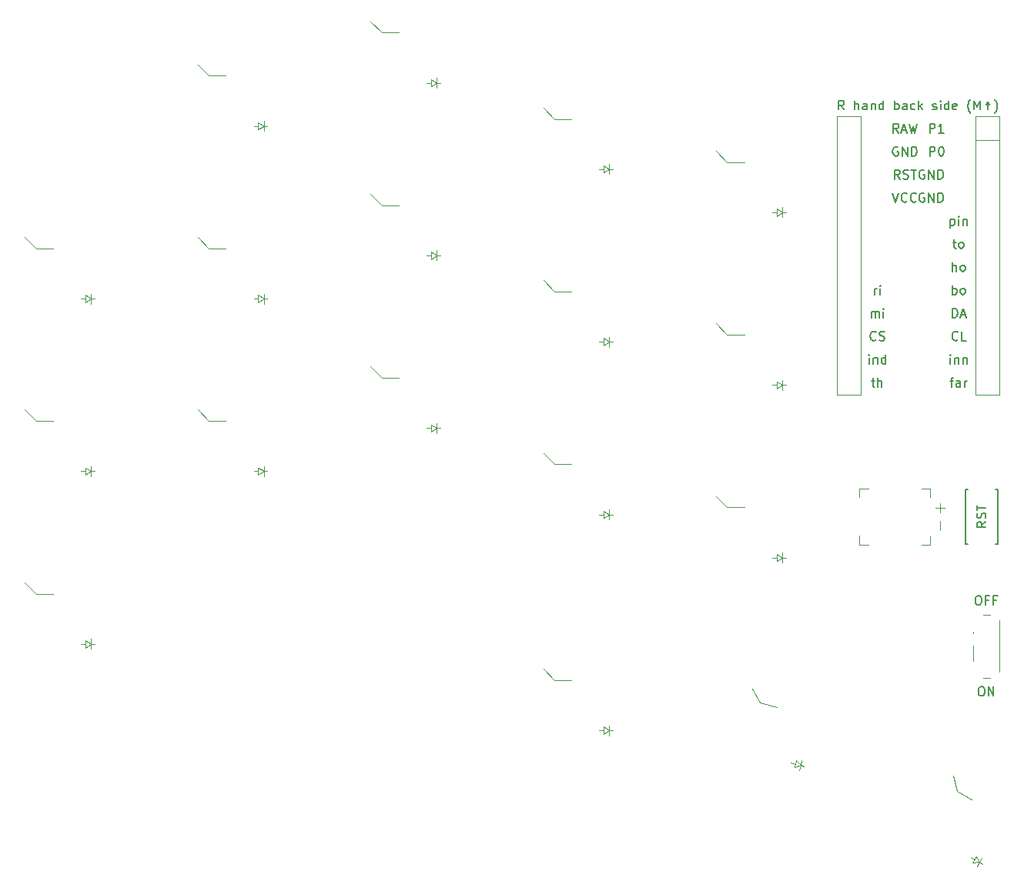
<source format=gbr>
%TF.GenerationSoftware,KiCad,Pcbnew,9.0.7*%
%TF.CreationDate,2026-01-25T01:01:47-05:00*%
%TF.ProjectId,pcb,7063622e-6b69-4636-9164-5f7063625858,rev?*%
%TF.SameCoordinates,Original*%
%TF.FileFunction,Legend,Top*%
%TF.FilePolarity,Positive*%
%FSLAX46Y46*%
G04 Gerber Fmt 4.6, Leading zero omitted, Abs format (unit mm)*
G04 Created by KiCad (PCBNEW 9.0.7) date 2026-01-25 01:01:47*
%MOMM*%
%LPD*%
G01*
G04 APERTURE LIST*
%ADD10C,0.150000*%
%ADD11C,0.100000*%
%ADD12C,0.120000*%
G04 APERTURE END LIST*
D10*
X181859523Y-61754819D02*
X181526190Y-61278628D01*
X181288095Y-61754819D02*
X181288095Y-60754819D01*
X181288095Y-60754819D02*
X181669047Y-60754819D01*
X181669047Y-60754819D02*
X181764285Y-60802438D01*
X181764285Y-60802438D02*
X181811904Y-60850057D01*
X181811904Y-60850057D02*
X181859523Y-60945295D01*
X181859523Y-60945295D02*
X181859523Y-61088152D01*
X181859523Y-61088152D02*
X181811904Y-61183390D01*
X181811904Y-61183390D02*
X181764285Y-61231009D01*
X181764285Y-61231009D02*
X181669047Y-61278628D01*
X181669047Y-61278628D02*
X181288095Y-61278628D01*
X182240476Y-61469104D02*
X182716666Y-61469104D01*
X182145238Y-61754819D02*
X182478571Y-60754819D01*
X182478571Y-60754819D02*
X182811904Y-61754819D01*
X183050000Y-60754819D02*
X183288095Y-61754819D01*
X183288095Y-61754819D02*
X183478571Y-61040533D01*
X183478571Y-61040533D02*
X183669047Y-61754819D01*
X183669047Y-61754819D02*
X183907143Y-60754819D01*
X185301905Y-61754819D02*
X185301905Y-60754819D01*
X185301905Y-60754819D02*
X185682857Y-60754819D01*
X185682857Y-60754819D02*
X185778095Y-60802438D01*
X185778095Y-60802438D02*
X185825714Y-60850057D01*
X185825714Y-60850057D02*
X185873333Y-60945295D01*
X185873333Y-60945295D02*
X185873333Y-61088152D01*
X185873333Y-61088152D02*
X185825714Y-61183390D01*
X185825714Y-61183390D02*
X185778095Y-61231009D01*
X185778095Y-61231009D02*
X185682857Y-61278628D01*
X185682857Y-61278628D02*
X185301905Y-61278628D01*
X186825714Y-61754819D02*
X186254286Y-61754819D01*
X186540000Y-61754819D02*
X186540000Y-60754819D01*
X186540000Y-60754819D02*
X186444762Y-60897676D01*
X186444762Y-60897676D02*
X186349524Y-60992914D01*
X186349524Y-60992914D02*
X186254286Y-61040533D01*
X181788095Y-63342438D02*
X181692857Y-63294819D01*
X181692857Y-63294819D02*
X181550000Y-63294819D01*
X181550000Y-63294819D02*
X181407143Y-63342438D01*
X181407143Y-63342438D02*
X181311905Y-63437676D01*
X181311905Y-63437676D02*
X181264286Y-63532914D01*
X181264286Y-63532914D02*
X181216667Y-63723390D01*
X181216667Y-63723390D02*
X181216667Y-63866247D01*
X181216667Y-63866247D02*
X181264286Y-64056723D01*
X181264286Y-64056723D02*
X181311905Y-64151961D01*
X181311905Y-64151961D02*
X181407143Y-64247200D01*
X181407143Y-64247200D02*
X181550000Y-64294819D01*
X181550000Y-64294819D02*
X181645238Y-64294819D01*
X181645238Y-64294819D02*
X181788095Y-64247200D01*
X181788095Y-64247200D02*
X181835714Y-64199580D01*
X181835714Y-64199580D02*
X181835714Y-63866247D01*
X181835714Y-63866247D02*
X181645238Y-63866247D01*
X182264286Y-64294819D02*
X182264286Y-63294819D01*
X182264286Y-63294819D02*
X182835714Y-64294819D01*
X182835714Y-64294819D02*
X182835714Y-63294819D01*
X183311905Y-64294819D02*
X183311905Y-63294819D01*
X183311905Y-63294819D02*
X183550000Y-63294819D01*
X183550000Y-63294819D02*
X183692857Y-63342438D01*
X183692857Y-63342438D02*
X183788095Y-63437676D01*
X183788095Y-63437676D02*
X183835714Y-63532914D01*
X183835714Y-63532914D02*
X183883333Y-63723390D01*
X183883333Y-63723390D02*
X183883333Y-63866247D01*
X183883333Y-63866247D02*
X183835714Y-64056723D01*
X183835714Y-64056723D02*
X183788095Y-64151961D01*
X183788095Y-64151961D02*
X183692857Y-64247200D01*
X183692857Y-64247200D02*
X183550000Y-64294819D01*
X183550000Y-64294819D02*
X183311905Y-64294819D01*
X185301905Y-64294819D02*
X185301905Y-63294819D01*
X185301905Y-63294819D02*
X185682857Y-63294819D01*
X185682857Y-63294819D02*
X185778095Y-63342438D01*
X185778095Y-63342438D02*
X185825714Y-63390057D01*
X185825714Y-63390057D02*
X185873333Y-63485295D01*
X185873333Y-63485295D02*
X185873333Y-63628152D01*
X185873333Y-63628152D02*
X185825714Y-63723390D01*
X185825714Y-63723390D02*
X185778095Y-63771009D01*
X185778095Y-63771009D02*
X185682857Y-63818628D01*
X185682857Y-63818628D02*
X185301905Y-63818628D01*
X186492381Y-63294819D02*
X186587619Y-63294819D01*
X186587619Y-63294819D02*
X186682857Y-63342438D01*
X186682857Y-63342438D02*
X186730476Y-63390057D01*
X186730476Y-63390057D02*
X186778095Y-63485295D01*
X186778095Y-63485295D02*
X186825714Y-63675771D01*
X186825714Y-63675771D02*
X186825714Y-63913866D01*
X186825714Y-63913866D02*
X186778095Y-64104342D01*
X186778095Y-64104342D02*
X186730476Y-64199580D01*
X186730476Y-64199580D02*
X186682857Y-64247200D01*
X186682857Y-64247200D02*
X186587619Y-64294819D01*
X186587619Y-64294819D02*
X186492381Y-64294819D01*
X186492381Y-64294819D02*
X186397143Y-64247200D01*
X186397143Y-64247200D02*
X186349524Y-64199580D01*
X186349524Y-64199580D02*
X186301905Y-64104342D01*
X186301905Y-64104342D02*
X186254286Y-63913866D01*
X186254286Y-63913866D02*
X186254286Y-63675771D01*
X186254286Y-63675771D02*
X186301905Y-63485295D01*
X186301905Y-63485295D02*
X186349524Y-63390057D01*
X186349524Y-63390057D02*
X186397143Y-63342438D01*
X186397143Y-63342438D02*
X186492381Y-63294819D01*
X182002380Y-66834819D02*
X181669047Y-66358628D01*
X181430952Y-66834819D02*
X181430952Y-65834819D01*
X181430952Y-65834819D02*
X181811904Y-65834819D01*
X181811904Y-65834819D02*
X181907142Y-65882438D01*
X181907142Y-65882438D02*
X181954761Y-65930057D01*
X181954761Y-65930057D02*
X182002380Y-66025295D01*
X182002380Y-66025295D02*
X182002380Y-66168152D01*
X182002380Y-66168152D02*
X181954761Y-66263390D01*
X181954761Y-66263390D02*
X181907142Y-66311009D01*
X181907142Y-66311009D02*
X181811904Y-66358628D01*
X181811904Y-66358628D02*
X181430952Y-66358628D01*
X182383333Y-66787200D02*
X182526190Y-66834819D01*
X182526190Y-66834819D02*
X182764285Y-66834819D01*
X182764285Y-66834819D02*
X182859523Y-66787200D01*
X182859523Y-66787200D02*
X182907142Y-66739580D01*
X182907142Y-66739580D02*
X182954761Y-66644342D01*
X182954761Y-66644342D02*
X182954761Y-66549104D01*
X182954761Y-66549104D02*
X182907142Y-66453866D01*
X182907142Y-66453866D02*
X182859523Y-66406247D01*
X182859523Y-66406247D02*
X182764285Y-66358628D01*
X182764285Y-66358628D02*
X182573809Y-66311009D01*
X182573809Y-66311009D02*
X182478571Y-66263390D01*
X182478571Y-66263390D02*
X182430952Y-66215771D01*
X182430952Y-66215771D02*
X182383333Y-66120533D01*
X182383333Y-66120533D02*
X182383333Y-66025295D01*
X182383333Y-66025295D02*
X182430952Y-65930057D01*
X182430952Y-65930057D02*
X182478571Y-65882438D01*
X182478571Y-65882438D02*
X182573809Y-65834819D01*
X182573809Y-65834819D02*
X182811904Y-65834819D01*
X182811904Y-65834819D02*
X182954761Y-65882438D01*
X183240476Y-65834819D02*
X183811904Y-65834819D01*
X183526190Y-66834819D02*
X183526190Y-65834819D01*
X184688095Y-65882438D02*
X184592857Y-65834819D01*
X184592857Y-65834819D02*
X184450000Y-65834819D01*
X184450000Y-65834819D02*
X184307143Y-65882438D01*
X184307143Y-65882438D02*
X184211905Y-65977676D01*
X184211905Y-65977676D02*
X184164286Y-66072914D01*
X184164286Y-66072914D02*
X184116667Y-66263390D01*
X184116667Y-66263390D02*
X184116667Y-66406247D01*
X184116667Y-66406247D02*
X184164286Y-66596723D01*
X184164286Y-66596723D02*
X184211905Y-66691961D01*
X184211905Y-66691961D02*
X184307143Y-66787200D01*
X184307143Y-66787200D02*
X184450000Y-66834819D01*
X184450000Y-66834819D02*
X184545238Y-66834819D01*
X184545238Y-66834819D02*
X184688095Y-66787200D01*
X184688095Y-66787200D02*
X184735714Y-66739580D01*
X184735714Y-66739580D02*
X184735714Y-66406247D01*
X184735714Y-66406247D02*
X184545238Y-66406247D01*
X185164286Y-66834819D02*
X185164286Y-65834819D01*
X185164286Y-65834819D02*
X185735714Y-66834819D01*
X185735714Y-66834819D02*
X185735714Y-65834819D01*
X186211905Y-66834819D02*
X186211905Y-65834819D01*
X186211905Y-65834819D02*
X186450000Y-65834819D01*
X186450000Y-65834819D02*
X186592857Y-65882438D01*
X186592857Y-65882438D02*
X186688095Y-65977676D01*
X186688095Y-65977676D02*
X186735714Y-66072914D01*
X186735714Y-66072914D02*
X186783333Y-66263390D01*
X186783333Y-66263390D02*
X186783333Y-66406247D01*
X186783333Y-66406247D02*
X186735714Y-66596723D01*
X186735714Y-66596723D02*
X186688095Y-66691961D01*
X186688095Y-66691961D02*
X186592857Y-66787200D01*
X186592857Y-66787200D02*
X186450000Y-66834819D01*
X186450000Y-66834819D02*
X186211905Y-66834819D01*
X181216667Y-68374819D02*
X181550000Y-69374819D01*
X181550000Y-69374819D02*
X181883333Y-68374819D01*
X182788095Y-69279580D02*
X182740476Y-69327200D01*
X182740476Y-69327200D02*
X182597619Y-69374819D01*
X182597619Y-69374819D02*
X182502381Y-69374819D01*
X182502381Y-69374819D02*
X182359524Y-69327200D01*
X182359524Y-69327200D02*
X182264286Y-69231961D01*
X182264286Y-69231961D02*
X182216667Y-69136723D01*
X182216667Y-69136723D02*
X182169048Y-68946247D01*
X182169048Y-68946247D02*
X182169048Y-68803390D01*
X182169048Y-68803390D02*
X182216667Y-68612914D01*
X182216667Y-68612914D02*
X182264286Y-68517676D01*
X182264286Y-68517676D02*
X182359524Y-68422438D01*
X182359524Y-68422438D02*
X182502381Y-68374819D01*
X182502381Y-68374819D02*
X182597619Y-68374819D01*
X182597619Y-68374819D02*
X182740476Y-68422438D01*
X182740476Y-68422438D02*
X182788095Y-68470057D01*
X183788095Y-69279580D02*
X183740476Y-69327200D01*
X183740476Y-69327200D02*
X183597619Y-69374819D01*
X183597619Y-69374819D02*
X183502381Y-69374819D01*
X183502381Y-69374819D02*
X183359524Y-69327200D01*
X183359524Y-69327200D02*
X183264286Y-69231961D01*
X183264286Y-69231961D02*
X183216667Y-69136723D01*
X183216667Y-69136723D02*
X183169048Y-68946247D01*
X183169048Y-68946247D02*
X183169048Y-68803390D01*
X183169048Y-68803390D02*
X183216667Y-68612914D01*
X183216667Y-68612914D02*
X183264286Y-68517676D01*
X183264286Y-68517676D02*
X183359524Y-68422438D01*
X183359524Y-68422438D02*
X183502381Y-68374819D01*
X183502381Y-68374819D02*
X183597619Y-68374819D01*
X183597619Y-68374819D02*
X183740476Y-68422438D01*
X183740476Y-68422438D02*
X183788095Y-68470057D01*
X184688095Y-68422438D02*
X184592857Y-68374819D01*
X184592857Y-68374819D02*
X184450000Y-68374819D01*
X184450000Y-68374819D02*
X184307143Y-68422438D01*
X184307143Y-68422438D02*
X184211905Y-68517676D01*
X184211905Y-68517676D02*
X184164286Y-68612914D01*
X184164286Y-68612914D02*
X184116667Y-68803390D01*
X184116667Y-68803390D02*
X184116667Y-68946247D01*
X184116667Y-68946247D02*
X184164286Y-69136723D01*
X184164286Y-69136723D02*
X184211905Y-69231961D01*
X184211905Y-69231961D02*
X184307143Y-69327200D01*
X184307143Y-69327200D02*
X184450000Y-69374819D01*
X184450000Y-69374819D02*
X184545238Y-69374819D01*
X184545238Y-69374819D02*
X184688095Y-69327200D01*
X184688095Y-69327200D02*
X184735714Y-69279580D01*
X184735714Y-69279580D02*
X184735714Y-68946247D01*
X184735714Y-68946247D02*
X184545238Y-68946247D01*
X185164286Y-69374819D02*
X185164286Y-68374819D01*
X185164286Y-68374819D02*
X185735714Y-69374819D01*
X185735714Y-69374819D02*
X185735714Y-68374819D01*
X186211905Y-69374819D02*
X186211905Y-68374819D01*
X186211905Y-68374819D02*
X186450000Y-68374819D01*
X186450000Y-68374819D02*
X186592857Y-68422438D01*
X186592857Y-68422438D02*
X186688095Y-68517676D01*
X186688095Y-68517676D02*
X186735714Y-68612914D01*
X186735714Y-68612914D02*
X186783333Y-68803390D01*
X186783333Y-68803390D02*
X186783333Y-68946247D01*
X186783333Y-68946247D02*
X186735714Y-69136723D01*
X186735714Y-69136723D02*
X186688095Y-69231961D01*
X186688095Y-69231961D02*
X186592857Y-69327200D01*
X186592857Y-69327200D02*
X186450000Y-69374819D01*
X186450000Y-69374819D02*
X186211905Y-69374819D01*
X187565238Y-71248152D02*
X187565238Y-72248152D01*
X187565238Y-71295771D02*
X187660476Y-71248152D01*
X187660476Y-71248152D02*
X187850952Y-71248152D01*
X187850952Y-71248152D02*
X187946190Y-71295771D01*
X187946190Y-71295771D02*
X187993809Y-71343390D01*
X187993809Y-71343390D02*
X188041428Y-71438628D01*
X188041428Y-71438628D02*
X188041428Y-71724342D01*
X188041428Y-71724342D02*
X187993809Y-71819580D01*
X187993809Y-71819580D02*
X187946190Y-71867200D01*
X187946190Y-71867200D02*
X187850952Y-71914819D01*
X187850952Y-71914819D02*
X187660476Y-71914819D01*
X187660476Y-71914819D02*
X187565238Y-71867200D01*
X188470000Y-71914819D02*
X188470000Y-71248152D01*
X188470000Y-70914819D02*
X188422381Y-70962438D01*
X188422381Y-70962438D02*
X188470000Y-71010057D01*
X188470000Y-71010057D02*
X188517619Y-70962438D01*
X188517619Y-70962438D02*
X188470000Y-70914819D01*
X188470000Y-70914819D02*
X188470000Y-71010057D01*
X188946190Y-71248152D02*
X188946190Y-71914819D01*
X188946190Y-71343390D02*
X188993809Y-71295771D01*
X188993809Y-71295771D02*
X189089047Y-71248152D01*
X189089047Y-71248152D02*
X189231904Y-71248152D01*
X189231904Y-71248152D02*
X189327142Y-71295771D01*
X189327142Y-71295771D02*
X189374761Y-71391009D01*
X189374761Y-71391009D02*
X189374761Y-71914819D01*
X187827143Y-73788152D02*
X188208095Y-73788152D01*
X187970000Y-73454819D02*
X187970000Y-74311961D01*
X187970000Y-74311961D02*
X188017619Y-74407200D01*
X188017619Y-74407200D02*
X188112857Y-74454819D01*
X188112857Y-74454819D02*
X188208095Y-74454819D01*
X188684286Y-74454819D02*
X188589048Y-74407200D01*
X188589048Y-74407200D02*
X188541429Y-74359580D01*
X188541429Y-74359580D02*
X188493810Y-74264342D01*
X188493810Y-74264342D02*
X188493810Y-73978628D01*
X188493810Y-73978628D02*
X188541429Y-73883390D01*
X188541429Y-73883390D02*
X188589048Y-73835771D01*
X188589048Y-73835771D02*
X188684286Y-73788152D01*
X188684286Y-73788152D02*
X188827143Y-73788152D01*
X188827143Y-73788152D02*
X188922381Y-73835771D01*
X188922381Y-73835771D02*
X188970000Y-73883390D01*
X188970000Y-73883390D02*
X189017619Y-73978628D01*
X189017619Y-73978628D02*
X189017619Y-74264342D01*
X189017619Y-74264342D02*
X188970000Y-74359580D01*
X188970000Y-74359580D02*
X188922381Y-74407200D01*
X188922381Y-74407200D02*
X188827143Y-74454819D01*
X188827143Y-74454819D02*
X188684286Y-74454819D01*
X187803333Y-76994819D02*
X187803333Y-75994819D01*
X188231904Y-76994819D02*
X188231904Y-76471009D01*
X188231904Y-76471009D02*
X188184285Y-76375771D01*
X188184285Y-76375771D02*
X188089047Y-76328152D01*
X188089047Y-76328152D02*
X187946190Y-76328152D01*
X187946190Y-76328152D02*
X187850952Y-76375771D01*
X187850952Y-76375771D02*
X187803333Y-76423390D01*
X188850952Y-76994819D02*
X188755714Y-76947200D01*
X188755714Y-76947200D02*
X188708095Y-76899580D01*
X188708095Y-76899580D02*
X188660476Y-76804342D01*
X188660476Y-76804342D02*
X188660476Y-76518628D01*
X188660476Y-76518628D02*
X188708095Y-76423390D01*
X188708095Y-76423390D02*
X188755714Y-76375771D01*
X188755714Y-76375771D02*
X188850952Y-76328152D01*
X188850952Y-76328152D02*
X188993809Y-76328152D01*
X188993809Y-76328152D02*
X189089047Y-76375771D01*
X189089047Y-76375771D02*
X189136666Y-76423390D01*
X189136666Y-76423390D02*
X189184285Y-76518628D01*
X189184285Y-76518628D02*
X189184285Y-76804342D01*
X189184285Y-76804342D02*
X189136666Y-76899580D01*
X189136666Y-76899580D02*
X189089047Y-76947200D01*
X189089047Y-76947200D02*
X188993809Y-76994819D01*
X188993809Y-76994819D02*
X188850952Y-76994819D01*
X179220476Y-79534819D02*
X179220476Y-78868152D01*
X179220476Y-79058628D02*
X179268095Y-78963390D01*
X179268095Y-78963390D02*
X179315714Y-78915771D01*
X179315714Y-78915771D02*
X179410952Y-78868152D01*
X179410952Y-78868152D02*
X179506190Y-78868152D01*
X179839524Y-79534819D02*
X179839524Y-78868152D01*
X179839524Y-78534819D02*
X179791905Y-78582438D01*
X179791905Y-78582438D02*
X179839524Y-78630057D01*
X179839524Y-78630057D02*
X179887143Y-78582438D01*
X179887143Y-78582438D02*
X179839524Y-78534819D01*
X179839524Y-78534819D02*
X179839524Y-78630057D01*
X187803333Y-79534819D02*
X187803333Y-78534819D01*
X187803333Y-78915771D02*
X187898571Y-78868152D01*
X187898571Y-78868152D02*
X188089047Y-78868152D01*
X188089047Y-78868152D02*
X188184285Y-78915771D01*
X188184285Y-78915771D02*
X188231904Y-78963390D01*
X188231904Y-78963390D02*
X188279523Y-79058628D01*
X188279523Y-79058628D02*
X188279523Y-79344342D01*
X188279523Y-79344342D02*
X188231904Y-79439580D01*
X188231904Y-79439580D02*
X188184285Y-79487200D01*
X188184285Y-79487200D02*
X188089047Y-79534819D01*
X188089047Y-79534819D02*
X187898571Y-79534819D01*
X187898571Y-79534819D02*
X187803333Y-79487200D01*
X188850952Y-79534819D02*
X188755714Y-79487200D01*
X188755714Y-79487200D02*
X188708095Y-79439580D01*
X188708095Y-79439580D02*
X188660476Y-79344342D01*
X188660476Y-79344342D02*
X188660476Y-79058628D01*
X188660476Y-79058628D02*
X188708095Y-78963390D01*
X188708095Y-78963390D02*
X188755714Y-78915771D01*
X188755714Y-78915771D02*
X188850952Y-78868152D01*
X188850952Y-78868152D02*
X188993809Y-78868152D01*
X188993809Y-78868152D02*
X189089047Y-78915771D01*
X189089047Y-78915771D02*
X189136666Y-78963390D01*
X189136666Y-78963390D02*
X189184285Y-79058628D01*
X189184285Y-79058628D02*
X189184285Y-79344342D01*
X189184285Y-79344342D02*
X189136666Y-79439580D01*
X189136666Y-79439580D02*
X189089047Y-79487200D01*
X189089047Y-79487200D02*
X188993809Y-79534819D01*
X188993809Y-79534819D02*
X188850952Y-79534819D01*
X178863334Y-82074819D02*
X178863334Y-81408152D01*
X178863334Y-81503390D02*
X178910953Y-81455771D01*
X178910953Y-81455771D02*
X179006191Y-81408152D01*
X179006191Y-81408152D02*
X179149048Y-81408152D01*
X179149048Y-81408152D02*
X179244286Y-81455771D01*
X179244286Y-81455771D02*
X179291905Y-81551009D01*
X179291905Y-81551009D02*
X179291905Y-82074819D01*
X179291905Y-81551009D02*
X179339524Y-81455771D01*
X179339524Y-81455771D02*
X179434762Y-81408152D01*
X179434762Y-81408152D02*
X179577619Y-81408152D01*
X179577619Y-81408152D02*
X179672858Y-81455771D01*
X179672858Y-81455771D02*
X179720477Y-81551009D01*
X179720477Y-81551009D02*
X179720477Y-82074819D01*
X180196667Y-82074819D02*
X180196667Y-81408152D01*
X180196667Y-81074819D02*
X180149048Y-81122438D01*
X180149048Y-81122438D02*
X180196667Y-81170057D01*
X180196667Y-81170057D02*
X180244286Y-81122438D01*
X180244286Y-81122438D02*
X180196667Y-81074819D01*
X180196667Y-81074819D02*
X180196667Y-81170057D01*
X187779524Y-82074819D02*
X187779524Y-81074819D01*
X187779524Y-81074819D02*
X188017619Y-81074819D01*
X188017619Y-81074819D02*
X188160476Y-81122438D01*
X188160476Y-81122438D02*
X188255714Y-81217676D01*
X188255714Y-81217676D02*
X188303333Y-81312914D01*
X188303333Y-81312914D02*
X188350952Y-81503390D01*
X188350952Y-81503390D02*
X188350952Y-81646247D01*
X188350952Y-81646247D02*
X188303333Y-81836723D01*
X188303333Y-81836723D02*
X188255714Y-81931961D01*
X188255714Y-81931961D02*
X188160476Y-82027200D01*
X188160476Y-82027200D02*
X188017619Y-82074819D01*
X188017619Y-82074819D02*
X187779524Y-82074819D01*
X188731905Y-81789104D02*
X189208095Y-81789104D01*
X188636667Y-82074819D02*
X188970000Y-81074819D01*
X188970000Y-81074819D02*
X189303333Y-82074819D01*
X179363333Y-84519580D02*
X179315714Y-84567200D01*
X179315714Y-84567200D02*
X179172857Y-84614819D01*
X179172857Y-84614819D02*
X179077619Y-84614819D01*
X179077619Y-84614819D02*
X178934762Y-84567200D01*
X178934762Y-84567200D02*
X178839524Y-84471961D01*
X178839524Y-84471961D02*
X178791905Y-84376723D01*
X178791905Y-84376723D02*
X178744286Y-84186247D01*
X178744286Y-84186247D02*
X178744286Y-84043390D01*
X178744286Y-84043390D02*
X178791905Y-83852914D01*
X178791905Y-83852914D02*
X178839524Y-83757676D01*
X178839524Y-83757676D02*
X178934762Y-83662438D01*
X178934762Y-83662438D02*
X179077619Y-83614819D01*
X179077619Y-83614819D02*
X179172857Y-83614819D01*
X179172857Y-83614819D02*
X179315714Y-83662438D01*
X179315714Y-83662438D02*
X179363333Y-83710057D01*
X179744286Y-84567200D02*
X179887143Y-84614819D01*
X179887143Y-84614819D02*
X180125238Y-84614819D01*
X180125238Y-84614819D02*
X180220476Y-84567200D01*
X180220476Y-84567200D02*
X180268095Y-84519580D01*
X180268095Y-84519580D02*
X180315714Y-84424342D01*
X180315714Y-84424342D02*
X180315714Y-84329104D01*
X180315714Y-84329104D02*
X180268095Y-84233866D01*
X180268095Y-84233866D02*
X180220476Y-84186247D01*
X180220476Y-84186247D02*
X180125238Y-84138628D01*
X180125238Y-84138628D02*
X179934762Y-84091009D01*
X179934762Y-84091009D02*
X179839524Y-84043390D01*
X179839524Y-84043390D02*
X179791905Y-83995771D01*
X179791905Y-83995771D02*
X179744286Y-83900533D01*
X179744286Y-83900533D02*
X179744286Y-83805295D01*
X179744286Y-83805295D02*
X179791905Y-83710057D01*
X179791905Y-83710057D02*
X179839524Y-83662438D01*
X179839524Y-83662438D02*
X179934762Y-83614819D01*
X179934762Y-83614819D02*
X180172857Y-83614819D01*
X180172857Y-83614819D02*
X180315714Y-83662438D01*
X188374761Y-84519580D02*
X188327142Y-84567200D01*
X188327142Y-84567200D02*
X188184285Y-84614819D01*
X188184285Y-84614819D02*
X188089047Y-84614819D01*
X188089047Y-84614819D02*
X187946190Y-84567200D01*
X187946190Y-84567200D02*
X187850952Y-84471961D01*
X187850952Y-84471961D02*
X187803333Y-84376723D01*
X187803333Y-84376723D02*
X187755714Y-84186247D01*
X187755714Y-84186247D02*
X187755714Y-84043390D01*
X187755714Y-84043390D02*
X187803333Y-83852914D01*
X187803333Y-83852914D02*
X187850952Y-83757676D01*
X187850952Y-83757676D02*
X187946190Y-83662438D01*
X187946190Y-83662438D02*
X188089047Y-83614819D01*
X188089047Y-83614819D02*
X188184285Y-83614819D01*
X188184285Y-83614819D02*
X188327142Y-83662438D01*
X188327142Y-83662438D02*
X188374761Y-83710057D01*
X189279523Y-84614819D02*
X188803333Y-84614819D01*
X188803333Y-84614819D02*
X188803333Y-83614819D01*
X178625238Y-87154819D02*
X178625238Y-86488152D01*
X178625238Y-86154819D02*
X178577619Y-86202438D01*
X178577619Y-86202438D02*
X178625238Y-86250057D01*
X178625238Y-86250057D02*
X178672857Y-86202438D01*
X178672857Y-86202438D02*
X178625238Y-86154819D01*
X178625238Y-86154819D02*
X178625238Y-86250057D01*
X179101428Y-86488152D02*
X179101428Y-87154819D01*
X179101428Y-86583390D02*
X179149047Y-86535771D01*
X179149047Y-86535771D02*
X179244285Y-86488152D01*
X179244285Y-86488152D02*
X179387142Y-86488152D01*
X179387142Y-86488152D02*
X179482380Y-86535771D01*
X179482380Y-86535771D02*
X179529999Y-86631009D01*
X179529999Y-86631009D02*
X179529999Y-87154819D01*
X180434761Y-87154819D02*
X180434761Y-86154819D01*
X180434761Y-87107200D02*
X180339523Y-87154819D01*
X180339523Y-87154819D02*
X180149047Y-87154819D01*
X180149047Y-87154819D02*
X180053809Y-87107200D01*
X180053809Y-87107200D02*
X180006190Y-87059580D01*
X180006190Y-87059580D02*
X179958571Y-86964342D01*
X179958571Y-86964342D02*
X179958571Y-86678628D01*
X179958571Y-86678628D02*
X180006190Y-86583390D01*
X180006190Y-86583390D02*
X180053809Y-86535771D01*
X180053809Y-86535771D02*
X180149047Y-86488152D01*
X180149047Y-86488152D02*
X180339523Y-86488152D01*
X180339523Y-86488152D02*
X180434761Y-86535771D01*
X187565238Y-87154819D02*
X187565238Y-86488152D01*
X187565238Y-86154819D02*
X187517619Y-86202438D01*
X187517619Y-86202438D02*
X187565238Y-86250057D01*
X187565238Y-86250057D02*
X187612857Y-86202438D01*
X187612857Y-86202438D02*
X187565238Y-86154819D01*
X187565238Y-86154819D02*
X187565238Y-86250057D01*
X188041428Y-86488152D02*
X188041428Y-87154819D01*
X188041428Y-86583390D02*
X188089047Y-86535771D01*
X188089047Y-86535771D02*
X188184285Y-86488152D01*
X188184285Y-86488152D02*
X188327142Y-86488152D01*
X188327142Y-86488152D02*
X188422380Y-86535771D01*
X188422380Y-86535771D02*
X188469999Y-86631009D01*
X188469999Y-86631009D02*
X188469999Y-87154819D01*
X188946190Y-86488152D02*
X188946190Y-87154819D01*
X188946190Y-86583390D02*
X188993809Y-86535771D01*
X188993809Y-86535771D02*
X189089047Y-86488152D01*
X189089047Y-86488152D02*
X189231904Y-86488152D01*
X189231904Y-86488152D02*
X189327142Y-86535771D01*
X189327142Y-86535771D02*
X189374761Y-86631009D01*
X189374761Y-86631009D02*
X189374761Y-87154819D01*
X178887143Y-89028152D02*
X179268095Y-89028152D01*
X179030000Y-88694819D02*
X179030000Y-89551961D01*
X179030000Y-89551961D02*
X179077619Y-89647200D01*
X179077619Y-89647200D02*
X179172857Y-89694819D01*
X179172857Y-89694819D02*
X179268095Y-89694819D01*
X179601429Y-89694819D02*
X179601429Y-88694819D01*
X180030000Y-89694819D02*
X180030000Y-89171009D01*
X180030000Y-89171009D02*
X179982381Y-89075771D01*
X179982381Y-89075771D02*
X179887143Y-89028152D01*
X179887143Y-89028152D02*
X179744286Y-89028152D01*
X179744286Y-89028152D02*
X179649048Y-89075771D01*
X179649048Y-89075771D02*
X179601429Y-89123390D01*
X187517619Y-89028152D02*
X187898571Y-89028152D01*
X187660476Y-89694819D02*
X187660476Y-88837676D01*
X187660476Y-88837676D02*
X187708095Y-88742438D01*
X187708095Y-88742438D02*
X187803333Y-88694819D01*
X187803333Y-88694819D02*
X187898571Y-88694819D01*
X188660476Y-89694819D02*
X188660476Y-89171009D01*
X188660476Y-89171009D02*
X188612857Y-89075771D01*
X188612857Y-89075771D02*
X188517619Y-89028152D01*
X188517619Y-89028152D02*
X188327143Y-89028152D01*
X188327143Y-89028152D02*
X188231905Y-89075771D01*
X188660476Y-89647200D02*
X188565238Y-89694819D01*
X188565238Y-89694819D02*
X188327143Y-89694819D01*
X188327143Y-89694819D02*
X188231905Y-89647200D01*
X188231905Y-89647200D02*
X188184286Y-89551961D01*
X188184286Y-89551961D02*
X188184286Y-89456723D01*
X188184286Y-89456723D02*
X188231905Y-89361485D01*
X188231905Y-89361485D02*
X188327143Y-89313866D01*
X188327143Y-89313866D02*
X188565238Y-89313866D01*
X188565238Y-89313866D02*
X188660476Y-89266247D01*
X189136667Y-89694819D02*
X189136667Y-89028152D01*
X189136667Y-89218628D02*
X189184286Y-89123390D01*
X189184286Y-89123390D02*
X189231905Y-89075771D01*
X189231905Y-89075771D02*
X189327143Y-89028152D01*
X189327143Y-89028152D02*
X189422381Y-89028152D01*
X175857141Y-59209819D02*
X175523808Y-58733628D01*
X175285713Y-59209819D02*
X175285713Y-58209819D01*
X175285713Y-58209819D02*
X175666665Y-58209819D01*
X175666665Y-58209819D02*
X175761903Y-58257438D01*
X175761903Y-58257438D02*
X175809522Y-58305057D01*
X175809522Y-58305057D02*
X175857141Y-58400295D01*
X175857141Y-58400295D02*
X175857141Y-58543152D01*
X175857141Y-58543152D02*
X175809522Y-58638390D01*
X175809522Y-58638390D02*
X175761903Y-58686009D01*
X175761903Y-58686009D02*
X175666665Y-58733628D01*
X175666665Y-58733628D02*
X175285713Y-58733628D01*
X177047618Y-59209819D02*
X177047618Y-58209819D01*
X177476189Y-59209819D02*
X177476189Y-58686009D01*
X177476189Y-58686009D02*
X177428570Y-58590771D01*
X177428570Y-58590771D02*
X177333332Y-58543152D01*
X177333332Y-58543152D02*
X177190475Y-58543152D01*
X177190475Y-58543152D02*
X177095237Y-58590771D01*
X177095237Y-58590771D02*
X177047618Y-58638390D01*
X178380951Y-59209819D02*
X178380951Y-58686009D01*
X178380951Y-58686009D02*
X178333332Y-58590771D01*
X178333332Y-58590771D02*
X178238094Y-58543152D01*
X178238094Y-58543152D02*
X178047618Y-58543152D01*
X178047618Y-58543152D02*
X177952380Y-58590771D01*
X178380951Y-59162200D02*
X178285713Y-59209819D01*
X178285713Y-59209819D02*
X178047618Y-59209819D01*
X178047618Y-59209819D02*
X177952380Y-59162200D01*
X177952380Y-59162200D02*
X177904761Y-59066961D01*
X177904761Y-59066961D02*
X177904761Y-58971723D01*
X177904761Y-58971723D02*
X177952380Y-58876485D01*
X177952380Y-58876485D02*
X178047618Y-58828866D01*
X178047618Y-58828866D02*
X178285713Y-58828866D01*
X178285713Y-58828866D02*
X178380951Y-58781247D01*
X178857142Y-58543152D02*
X178857142Y-59209819D01*
X178857142Y-58638390D02*
X178904761Y-58590771D01*
X178904761Y-58590771D02*
X178999999Y-58543152D01*
X178999999Y-58543152D02*
X179142856Y-58543152D01*
X179142856Y-58543152D02*
X179238094Y-58590771D01*
X179238094Y-58590771D02*
X179285713Y-58686009D01*
X179285713Y-58686009D02*
X179285713Y-59209819D01*
X180190475Y-59209819D02*
X180190475Y-58209819D01*
X180190475Y-59162200D02*
X180095237Y-59209819D01*
X180095237Y-59209819D02*
X179904761Y-59209819D01*
X179904761Y-59209819D02*
X179809523Y-59162200D01*
X179809523Y-59162200D02*
X179761904Y-59114580D01*
X179761904Y-59114580D02*
X179714285Y-59019342D01*
X179714285Y-59019342D02*
X179714285Y-58733628D01*
X179714285Y-58733628D02*
X179761904Y-58638390D01*
X179761904Y-58638390D02*
X179809523Y-58590771D01*
X179809523Y-58590771D02*
X179904761Y-58543152D01*
X179904761Y-58543152D02*
X180095237Y-58543152D01*
X180095237Y-58543152D02*
X180190475Y-58590771D01*
X181428571Y-59209819D02*
X181428571Y-58209819D01*
X181428571Y-58590771D02*
X181523809Y-58543152D01*
X181523809Y-58543152D02*
X181714285Y-58543152D01*
X181714285Y-58543152D02*
X181809523Y-58590771D01*
X181809523Y-58590771D02*
X181857142Y-58638390D01*
X181857142Y-58638390D02*
X181904761Y-58733628D01*
X181904761Y-58733628D02*
X181904761Y-59019342D01*
X181904761Y-59019342D02*
X181857142Y-59114580D01*
X181857142Y-59114580D02*
X181809523Y-59162200D01*
X181809523Y-59162200D02*
X181714285Y-59209819D01*
X181714285Y-59209819D02*
X181523809Y-59209819D01*
X181523809Y-59209819D02*
X181428571Y-59162200D01*
X182761904Y-59209819D02*
X182761904Y-58686009D01*
X182761904Y-58686009D02*
X182714285Y-58590771D01*
X182714285Y-58590771D02*
X182619047Y-58543152D01*
X182619047Y-58543152D02*
X182428571Y-58543152D01*
X182428571Y-58543152D02*
X182333333Y-58590771D01*
X182761904Y-59162200D02*
X182666666Y-59209819D01*
X182666666Y-59209819D02*
X182428571Y-59209819D01*
X182428571Y-59209819D02*
X182333333Y-59162200D01*
X182333333Y-59162200D02*
X182285714Y-59066961D01*
X182285714Y-59066961D02*
X182285714Y-58971723D01*
X182285714Y-58971723D02*
X182333333Y-58876485D01*
X182333333Y-58876485D02*
X182428571Y-58828866D01*
X182428571Y-58828866D02*
X182666666Y-58828866D01*
X182666666Y-58828866D02*
X182761904Y-58781247D01*
X183666666Y-59162200D02*
X183571428Y-59209819D01*
X183571428Y-59209819D02*
X183380952Y-59209819D01*
X183380952Y-59209819D02*
X183285714Y-59162200D01*
X183285714Y-59162200D02*
X183238095Y-59114580D01*
X183238095Y-59114580D02*
X183190476Y-59019342D01*
X183190476Y-59019342D02*
X183190476Y-58733628D01*
X183190476Y-58733628D02*
X183238095Y-58638390D01*
X183238095Y-58638390D02*
X183285714Y-58590771D01*
X183285714Y-58590771D02*
X183380952Y-58543152D01*
X183380952Y-58543152D02*
X183571428Y-58543152D01*
X183571428Y-58543152D02*
X183666666Y-58590771D01*
X184095238Y-59209819D02*
X184095238Y-58209819D01*
X184190476Y-58828866D02*
X184476190Y-59209819D01*
X184476190Y-58543152D02*
X184095238Y-58924104D01*
X185619048Y-59162200D02*
X185714286Y-59209819D01*
X185714286Y-59209819D02*
X185904762Y-59209819D01*
X185904762Y-59209819D02*
X186000000Y-59162200D01*
X186000000Y-59162200D02*
X186047619Y-59066961D01*
X186047619Y-59066961D02*
X186047619Y-59019342D01*
X186047619Y-59019342D02*
X186000000Y-58924104D01*
X186000000Y-58924104D02*
X185904762Y-58876485D01*
X185904762Y-58876485D02*
X185761905Y-58876485D01*
X185761905Y-58876485D02*
X185666667Y-58828866D01*
X185666667Y-58828866D02*
X185619048Y-58733628D01*
X185619048Y-58733628D02*
X185619048Y-58686009D01*
X185619048Y-58686009D02*
X185666667Y-58590771D01*
X185666667Y-58590771D02*
X185761905Y-58543152D01*
X185761905Y-58543152D02*
X185904762Y-58543152D01*
X185904762Y-58543152D02*
X186000000Y-58590771D01*
X186476191Y-59209819D02*
X186476191Y-58543152D01*
X186476191Y-58209819D02*
X186428572Y-58257438D01*
X186428572Y-58257438D02*
X186476191Y-58305057D01*
X186476191Y-58305057D02*
X186523810Y-58257438D01*
X186523810Y-58257438D02*
X186476191Y-58209819D01*
X186476191Y-58209819D02*
X186476191Y-58305057D01*
X187380952Y-59209819D02*
X187380952Y-58209819D01*
X187380952Y-59162200D02*
X187285714Y-59209819D01*
X187285714Y-59209819D02*
X187095238Y-59209819D01*
X187095238Y-59209819D02*
X187000000Y-59162200D01*
X187000000Y-59162200D02*
X186952381Y-59114580D01*
X186952381Y-59114580D02*
X186904762Y-59019342D01*
X186904762Y-59019342D02*
X186904762Y-58733628D01*
X186904762Y-58733628D02*
X186952381Y-58638390D01*
X186952381Y-58638390D02*
X187000000Y-58590771D01*
X187000000Y-58590771D02*
X187095238Y-58543152D01*
X187095238Y-58543152D02*
X187285714Y-58543152D01*
X187285714Y-58543152D02*
X187380952Y-58590771D01*
X188238095Y-59162200D02*
X188142857Y-59209819D01*
X188142857Y-59209819D02*
X187952381Y-59209819D01*
X187952381Y-59209819D02*
X187857143Y-59162200D01*
X187857143Y-59162200D02*
X187809524Y-59066961D01*
X187809524Y-59066961D02*
X187809524Y-58686009D01*
X187809524Y-58686009D02*
X187857143Y-58590771D01*
X187857143Y-58590771D02*
X187952381Y-58543152D01*
X187952381Y-58543152D02*
X188142857Y-58543152D01*
X188142857Y-58543152D02*
X188238095Y-58590771D01*
X188238095Y-58590771D02*
X188285714Y-58686009D01*
X188285714Y-58686009D02*
X188285714Y-58781247D01*
X188285714Y-58781247D02*
X187809524Y-58876485D01*
X189761905Y-59590771D02*
X189714286Y-59543152D01*
X189714286Y-59543152D02*
X189619048Y-59400295D01*
X189619048Y-59400295D02*
X189571429Y-59305057D01*
X189571429Y-59305057D02*
X189523810Y-59162200D01*
X189523810Y-59162200D02*
X189476191Y-58924104D01*
X189476191Y-58924104D02*
X189476191Y-58733628D01*
X189476191Y-58733628D02*
X189523810Y-58495533D01*
X189523810Y-58495533D02*
X189571429Y-58352676D01*
X189571429Y-58352676D02*
X189619048Y-58257438D01*
X189619048Y-58257438D02*
X189714286Y-58114580D01*
X189714286Y-58114580D02*
X189761905Y-58066961D01*
X190142858Y-59209819D02*
X190142858Y-58209819D01*
X190142858Y-58209819D02*
X190476191Y-58924104D01*
X190476191Y-58924104D02*
X190809524Y-58209819D01*
X190809524Y-58209819D02*
X190809524Y-59209819D01*
X191666667Y-59209819D02*
X191666667Y-58447914D01*
X191476191Y-58638390D02*
X191666667Y-58447914D01*
X191666667Y-58447914D02*
X191857143Y-58638390D01*
X192428572Y-59590771D02*
X192476191Y-59543152D01*
X192476191Y-59543152D02*
X192571429Y-59400295D01*
X192571429Y-59400295D02*
X192619048Y-59305057D01*
X192619048Y-59305057D02*
X192666667Y-59162200D01*
X192666667Y-59162200D02*
X192714286Y-58924104D01*
X192714286Y-58924104D02*
X192714286Y-58733628D01*
X192714286Y-58733628D02*
X192666667Y-58495533D01*
X192666667Y-58495533D02*
X192619048Y-58352676D01*
X192619048Y-58352676D02*
X192571429Y-58257438D01*
X192571429Y-58257438D02*
X192476191Y-58114580D01*
X192476191Y-58114580D02*
X192428572Y-58066961D01*
X191454819Y-104547619D02*
X190978628Y-104880952D01*
X191454819Y-105119047D02*
X190454819Y-105119047D01*
X190454819Y-105119047D02*
X190454819Y-104738095D01*
X190454819Y-104738095D02*
X190502438Y-104642857D01*
X190502438Y-104642857D02*
X190550057Y-104595238D01*
X190550057Y-104595238D02*
X190645295Y-104547619D01*
X190645295Y-104547619D02*
X190788152Y-104547619D01*
X190788152Y-104547619D02*
X190883390Y-104595238D01*
X190883390Y-104595238D02*
X190931009Y-104642857D01*
X190931009Y-104642857D02*
X190978628Y-104738095D01*
X190978628Y-104738095D02*
X190978628Y-105119047D01*
X191407200Y-104166666D02*
X191454819Y-104023809D01*
X191454819Y-104023809D02*
X191454819Y-103785714D01*
X191454819Y-103785714D02*
X191407200Y-103690476D01*
X191407200Y-103690476D02*
X191359580Y-103642857D01*
X191359580Y-103642857D02*
X191264342Y-103595238D01*
X191264342Y-103595238D02*
X191169104Y-103595238D01*
X191169104Y-103595238D02*
X191073866Y-103642857D01*
X191073866Y-103642857D02*
X191026247Y-103690476D01*
X191026247Y-103690476D02*
X190978628Y-103785714D01*
X190978628Y-103785714D02*
X190931009Y-103976190D01*
X190931009Y-103976190D02*
X190883390Y-104071428D01*
X190883390Y-104071428D02*
X190835771Y-104119047D01*
X190835771Y-104119047D02*
X190740533Y-104166666D01*
X190740533Y-104166666D02*
X190645295Y-104166666D01*
X190645295Y-104166666D02*
X190550057Y-104119047D01*
X190550057Y-104119047D02*
X190502438Y-104071428D01*
X190502438Y-104071428D02*
X190454819Y-103976190D01*
X190454819Y-103976190D02*
X190454819Y-103738095D01*
X190454819Y-103738095D02*
X190502438Y-103595238D01*
X190454819Y-103309523D02*
X190454819Y-102738095D01*
X191454819Y-103023809D02*
X190454819Y-103023809D01*
X190880952Y-122704819D02*
X191071428Y-122704819D01*
X191071428Y-122704819D02*
X191166666Y-122752438D01*
X191166666Y-122752438D02*
X191261904Y-122847676D01*
X191261904Y-122847676D02*
X191309523Y-123038152D01*
X191309523Y-123038152D02*
X191309523Y-123371485D01*
X191309523Y-123371485D02*
X191261904Y-123561961D01*
X191261904Y-123561961D02*
X191166666Y-123657200D01*
X191166666Y-123657200D02*
X191071428Y-123704819D01*
X191071428Y-123704819D02*
X190880952Y-123704819D01*
X190880952Y-123704819D02*
X190785714Y-123657200D01*
X190785714Y-123657200D02*
X190690476Y-123561961D01*
X190690476Y-123561961D02*
X190642857Y-123371485D01*
X190642857Y-123371485D02*
X190642857Y-123038152D01*
X190642857Y-123038152D02*
X190690476Y-122847676D01*
X190690476Y-122847676D02*
X190785714Y-122752438D01*
X190785714Y-122752438D02*
X190880952Y-122704819D01*
X191738095Y-123704819D02*
X191738095Y-122704819D01*
X191738095Y-122704819D02*
X192309523Y-123704819D01*
X192309523Y-123704819D02*
X192309523Y-122704819D01*
X190547619Y-112704819D02*
X190738095Y-112704819D01*
X190738095Y-112704819D02*
X190833333Y-112752438D01*
X190833333Y-112752438D02*
X190928571Y-112847676D01*
X190928571Y-112847676D02*
X190976190Y-113038152D01*
X190976190Y-113038152D02*
X190976190Y-113371485D01*
X190976190Y-113371485D02*
X190928571Y-113561961D01*
X190928571Y-113561961D02*
X190833333Y-113657200D01*
X190833333Y-113657200D02*
X190738095Y-113704819D01*
X190738095Y-113704819D02*
X190547619Y-113704819D01*
X190547619Y-113704819D02*
X190452381Y-113657200D01*
X190452381Y-113657200D02*
X190357143Y-113561961D01*
X190357143Y-113561961D02*
X190309524Y-113371485D01*
X190309524Y-113371485D02*
X190309524Y-113038152D01*
X190309524Y-113038152D02*
X190357143Y-112847676D01*
X190357143Y-112847676D02*
X190452381Y-112752438D01*
X190452381Y-112752438D02*
X190547619Y-112704819D01*
X191738095Y-113181009D02*
X191404762Y-113181009D01*
X191404762Y-113704819D02*
X191404762Y-112704819D01*
X191404762Y-112704819D02*
X191880952Y-112704819D01*
X192595238Y-113181009D02*
X192261905Y-113181009D01*
X192261905Y-113704819D02*
X192261905Y-112704819D01*
X192261905Y-112704819D02*
X192738095Y-112704819D01*
D11*
%TO.C,S1*%
X85780000Y-111230000D02*
X87000000Y-112480000D01*
X87000000Y-112480000D02*
X88880000Y-112480000D01*
%TO.C,S2*%
X85780000Y-92230000D02*
X87000000Y-93480000D01*
X87000000Y-93480000D02*
X88880000Y-93480000D01*
%TO.C,S3*%
X85780000Y-73230000D02*
X87000000Y-74480000D01*
X87000000Y-74480000D02*
X88880000Y-74480000D01*
%TO.C,S4*%
X104780000Y-92230000D02*
X106000000Y-93480000D01*
X106000000Y-93480000D02*
X107880000Y-93480000D01*
%TO.C,S5*%
X104780000Y-73230000D02*
X106000000Y-74480000D01*
X106000000Y-74480000D02*
X107880000Y-74480000D01*
%TO.C,S6*%
X104780000Y-54230000D02*
X106000000Y-55480000D01*
X106000000Y-55480000D02*
X107880000Y-55480000D01*
%TO.C,S7*%
X123780000Y-87480000D02*
X125000000Y-88730000D01*
X125000000Y-88730000D02*
X126880000Y-88730000D01*
%TO.C,S8*%
X123780000Y-68480000D02*
X125000000Y-69730000D01*
X125000000Y-69730000D02*
X126880000Y-69730000D01*
%TO.C,S9*%
X123780000Y-49480000D02*
X125000000Y-50730000D01*
X125000000Y-50730000D02*
X126880000Y-50730000D01*
%TO.C,S10*%
X142780000Y-96980000D02*
X144000000Y-98230000D01*
X144000000Y-98230000D02*
X145880000Y-98230000D01*
%TO.C,S11*%
X142780000Y-77980000D02*
X144000000Y-79230000D01*
X144000000Y-79230000D02*
X145880000Y-79230000D01*
%TO.C,S12*%
X142780000Y-58980000D02*
X144000000Y-60230000D01*
X144000000Y-60230000D02*
X145880000Y-60230000D01*
%TO.C,S13*%
X161780000Y-101730000D02*
X163000000Y-102980000D01*
X163000000Y-102980000D02*
X164880000Y-102980000D01*
%TO.C,S14*%
X161780000Y-82730000D02*
X163000000Y-83980000D01*
X163000000Y-83980000D02*
X164880000Y-83980000D01*
%TO.C,S15*%
X161780000Y-63730000D02*
X163000000Y-64980000D01*
X163000000Y-64980000D02*
X164880000Y-64980000D01*
%TO.C,S16*%
X142780000Y-120730000D02*
X144000000Y-121980000D01*
X144000000Y-121980000D02*
X145880000Y-121980000D01*
%TO.C,S17*%
X165797318Y-122917700D02*
X166652224Y-124440867D01*
X166652224Y-124440867D02*
X168468165Y-124927447D01*
%TO.C,S18*%
X187828449Y-132500084D02*
X188260000Y-134192616D01*
X188260000Y-134192616D02*
X189888128Y-135132616D01*
%TO.C,D1*%
X92450000Y-118000000D02*
X91950000Y-118000000D01*
X92450000Y-117600000D02*
X93050000Y-118000000D01*
X92450000Y-118400000D02*
X92450000Y-117600000D01*
X93050000Y-118000000D02*
X92450000Y-118400000D01*
X93050000Y-118000000D02*
X93050000Y-117450000D01*
X93050000Y-118000000D02*
X93050000Y-118550000D01*
X93450000Y-118000000D02*
X93050000Y-118000000D01*
%TO.C,D2*%
X92450000Y-99000000D02*
X91950000Y-99000000D01*
X92450000Y-98600000D02*
X93050000Y-99000000D01*
X92450000Y-99400000D02*
X92450000Y-98600000D01*
X93050000Y-99000000D02*
X92450000Y-99400000D01*
X93050000Y-99000000D02*
X93050000Y-98450000D01*
X93050000Y-99000000D02*
X93050000Y-99550000D01*
X93450000Y-99000000D02*
X93050000Y-99000000D01*
%TO.C,D3*%
X92450000Y-80000000D02*
X91950000Y-80000000D01*
X92450000Y-79600000D02*
X93050000Y-80000000D01*
X92450000Y-80400000D02*
X92450000Y-79600000D01*
X93050000Y-80000000D02*
X92450000Y-80400000D01*
X93050000Y-80000000D02*
X93050000Y-79450000D01*
X93050000Y-80000000D02*
X93050000Y-80550000D01*
X93450000Y-80000000D02*
X93050000Y-80000000D01*
%TO.C,D4*%
X111450000Y-99000000D02*
X110950000Y-99000000D01*
X111450000Y-98600000D02*
X112050000Y-99000000D01*
X111450000Y-99400000D02*
X111450000Y-98600000D01*
X112050000Y-99000000D02*
X111450000Y-99400000D01*
X112050000Y-99000000D02*
X112050000Y-98450000D01*
X112050000Y-99000000D02*
X112050000Y-99550000D01*
X112450000Y-99000000D02*
X112050000Y-99000000D01*
%TO.C,D5*%
X111450000Y-80000000D02*
X110950000Y-80000000D01*
X111450000Y-79600000D02*
X112050000Y-80000000D01*
X111450000Y-80400000D02*
X111450000Y-79600000D01*
X112050000Y-80000000D02*
X111450000Y-80400000D01*
X112050000Y-80000000D02*
X112050000Y-79450000D01*
X112050000Y-80000000D02*
X112050000Y-80550000D01*
X112450000Y-80000000D02*
X112050000Y-80000000D01*
%TO.C,D6*%
X111450000Y-61000000D02*
X110950000Y-61000000D01*
X111450000Y-60600000D02*
X112050000Y-61000000D01*
X111450000Y-61400000D02*
X111450000Y-60600000D01*
X112050000Y-61000000D02*
X111450000Y-61400000D01*
X112050000Y-61000000D02*
X112050000Y-60450000D01*
X112050000Y-61000000D02*
X112050000Y-61550000D01*
X112450000Y-61000000D02*
X112050000Y-61000000D01*
%TO.C,D7*%
X130450000Y-94250000D02*
X129950000Y-94250000D01*
X130450000Y-93850000D02*
X131050000Y-94250000D01*
X130450000Y-94650000D02*
X130450000Y-93850000D01*
X131050000Y-94250000D02*
X130450000Y-94650000D01*
X131050000Y-94250000D02*
X131050000Y-93700000D01*
X131050000Y-94250000D02*
X131050000Y-94800000D01*
X131450000Y-94250000D02*
X131050000Y-94250000D01*
%TO.C,D8*%
X130450000Y-75250000D02*
X129950000Y-75250000D01*
X130450000Y-74850000D02*
X131050000Y-75250000D01*
X130450000Y-75650000D02*
X130450000Y-74850000D01*
X131050000Y-75250000D02*
X130450000Y-75650000D01*
X131050000Y-75250000D02*
X131050000Y-74700000D01*
X131050000Y-75250000D02*
X131050000Y-75800000D01*
X131450000Y-75250000D02*
X131050000Y-75250000D01*
%TO.C,D9*%
X130450000Y-56250000D02*
X129950000Y-56250000D01*
X130450000Y-55850000D02*
X131050000Y-56250000D01*
X130450000Y-56650000D02*
X130450000Y-55850000D01*
X131050000Y-56250000D02*
X130450000Y-56650000D01*
X131050000Y-56250000D02*
X131050000Y-55700000D01*
X131050000Y-56250000D02*
X131050000Y-56800000D01*
X131450000Y-56250000D02*
X131050000Y-56250000D01*
%TO.C,D10*%
X149450000Y-103750000D02*
X148950000Y-103750000D01*
X149450000Y-103350000D02*
X150050000Y-103750000D01*
X149450000Y-104150000D02*
X149450000Y-103350000D01*
X150050000Y-103750000D02*
X149450000Y-104150000D01*
X150050000Y-103750000D02*
X150050000Y-103200000D01*
X150050000Y-103750000D02*
X150050000Y-104300000D01*
X150450000Y-103750000D02*
X150050000Y-103750000D01*
%TO.C,D11*%
X149450000Y-84750000D02*
X148950000Y-84750000D01*
X149450000Y-84350000D02*
X150050000Y-84750000D01*
X149450000Y-85150000D02*
X149450000Y-84350000D01*
X150050000Y-84750000D02*
X149450000Y-85150000D01*
X150050000Y-84750000D02*
X150050000Y-84200000D01*
X150050000Y-84750000D02*
X150050000Y-85300000D01*
X150450000Y-84750000D02*
X150050000Y-84750000D01*
%TO.C,D12*%
X149450000Y-65750000D02*
X148950000Y-65750000D01*
X149450000Y-65350000D02*
X150050000Y-65750000D01*
X149450000Y-66150000D02*
X149450000Y-65350000D01*
X150050000Y-65750000D02*
X149450000Y-66150000D01*
X150050000Y-65750000D02*
X150050000Y-65200000D01*
X150050000Y-65750000D02*
X150050000Y-66300000D01*
X150450000Y-65750000D02*
X150050000Y-65750000D01*
%TO.C,D13*%
X168450000Y-108500000D02*
X167950000Y-108500000D01*
X168450000Y-108100000D02*
X169050000Y-108500000D01*
X168450000Y-108900000D02*
X168450000Y-108100000D01*
X169050000Y-108500000D02*
X168450000Y-108900000D01*
X169050000Y-108500000D02*
X169050000Y-107950000D01*
X169050000Y-108500000D02*
X169050000Y-109050000D01*
X169450000Y-108500000D02*
X169050000Y-108500000D01*
%TO.C,D14*%
X168450000Y-89500000D02*
X167950000Y-89500000D01*
X168450000Y-89100000D02*
X169050000Y-89500000D01*
X168450000Y-89900000D02*
X168450000Y-89100000D01*
X169050000Y-89500000D02*
X168450000Y-89900000D01*
X169050000Y-89500000D02*
X169050000Y-88950000D01*
X169050000Y-89500000D02*
X169050000Y-90050000D01*
X169450000Y-89500000D02*
X169050000Y-89500000D01*
%TO.C,D15*%
X168450000Y-70500000D02*
X167950000Y-70500000D01*
X168450000Y-70100000D02*
X169050000Y-70500000D01*
X168450000Y-70900000D02*
X168450000Y-70100000D01*
X169050000Y-70500000D02*
X168450000Y-70900000D01*
X169050000Y-70500000D02*
X169050000Y-69950000D01*
X169050000Y-70500000D02*
X169050000Y-71050000D01*
X169450000Y-70500000D02*
X169050000Y-70500000D01*
%TO.C,D16*%
X149450000Y-127500000D02*
X148950000Y-127500000D01*
X149450000Y-127100000D02*
X150050000Y-127500000D01*
X149450000Y-127900000D02*
X149450000Y-127100000D01*
X150050000Y-127500000D02*
X149450000Y-127900000D01*
X150050000Y-127500000D02*
X150050000Y-126950000D01*
X150050000Y-127500000D02*
X150050000Y-128050000D01*
X150450000Y-127500000D02*
X150050000Y-127500000D01*
%TO.C,D17*%
X170487839Y-131183341D02*
X170004876Y-131053932D01*
X170591366Y-130796971D02*
X171067394Y-131338633D01*
X170384311Y-131569712D02*
X170591366Y-130796971D01*
X171067394Y-131338633D02*
X170384311Y-131569712D01*
X171067394Y-131338633D02*
X171209745Y-130807373D01*
X171067394Y-131338633D02*
X170925044Y-131869892D01*
X171453764Y-131442160D02*
X171067394Y-131338633D01*
%TO.C,D18*%
X190219839Y-141698076D02*
X189786826Y-141448076D01*
X190419839Y-141351666D02*
X190739454Y-141998076D01*
X190019839Y-142044486D02*
X190419839Y-141351666D01*
X190739454Y-141998076D02*
X190019839Y-142044486D01*
X190739454Y-141998076D02*
X191014454Y-141521762D01*
X190739454Y-141998076D02*
X190464454Y-142474390D01*
X191085864Y-142198076D02*
X190739454Y-141998076D01*
D12*
%TO.C,MCU1*%
X190290000Y-59970000D02*
X192950000Y-59970000D01*
X190290000Y-59970000D02*
X190290000Y-90570000D01*
X190290000Y-90570000D02*
X192950000Y-90570000D01*
X177710000Y-59970000D02*
X177710000Y-90570000D01*
X192950000Y-59970000D02*
X192950000Y-90570000D01*
X175050000Y-59970000D02*
X177710000Y-59970000D01*
X175050000Y-59970000D02*
X175050000Y-90570000D01*
X175050000Y-90570000D02*
X177710000Y-90570000D01*
X190290000Y-62570000D02*
X192950000Y-62570000D01*
D11*
%TO.C,JST1*%
X186400000Y-105500000D02*
X186400000Y-104500000D01*
X186400000Y-102500000D02*
X186400000Y-103500000D01*
X185900000Y-103000000D02*
X186900000Y-103000000D01*
D12*
X177540000Y-106060000D02*
X177540000Y-107060000D01*
X177540000Y-107060000D02*
X178540000Y-107060000D01*
X177540000Y-101860000D02*
X177540000Y-100940000D01*
X177540000Y-100940000D02*
X178540000Y-100940000D01*
X185360000Y-106140000D02*
X185360000Y-107060000D01*
X185360000Y-107060000D02*
X184360000Y-107060000D01*
X185360000Y-101860000D02*
X185360000Y-100940000D01*
X185360000Y-100940000D02*
X184360000Y-100940000D01*
D10*
%TO.C,RST1*%
X192750000Y-107000000D02*
X192750000Y-101000000D01*
X192750000Y-101000000D02*
X192500000Y-101000000D01*
X192750000Y-107000000D02*
X192500000Y-107000000D01*
X189250000Y-107000000D02*
X189500000Y-107000000D01*
X189250000Y-107000000D02*
X189250000Y-101000000D01*
X189250000Y-101000000D02*
X189500000Y-101000000D01*
D12*
%TO.C,PWR1*%
X191915000Y-114800000D02*
X191125000Y-114800000D01*
X191125000Y-121700000D02*
X191915000Y-121700000D01*
X190075000Y-119850000D02*
X190075000Y-118150000D01*
X192925000Y-121100000D02*
X192925000Y-115400000D01*
X190075000Y-116850000D02*
X190075000Y-116650000D01*
%TD*%
M02*

</source>
